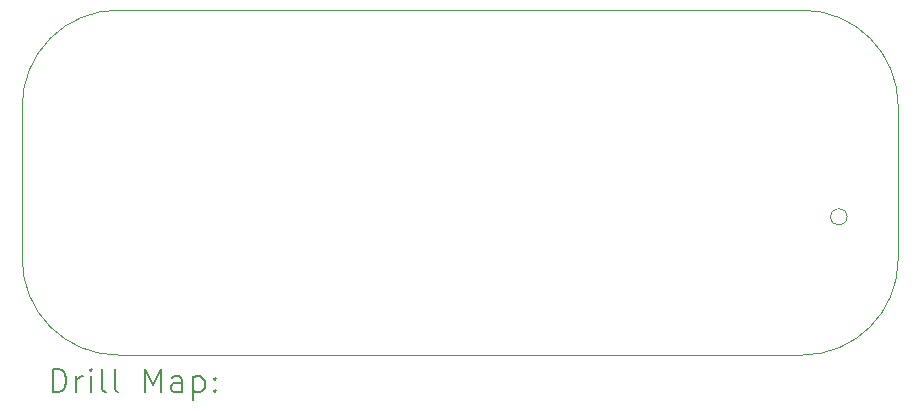
<source format=gbr>
%TF.GenerationSoftware,KiCad,Pcbnew,8.99.0-unknown*%
%TF.CreationDate,2024-06-21T10:07:29-04:00*%
%TF.ProjectId,solderingStationPCB,736f6c64-6572-4696-9e67-53746174696f,rev?*%
%TF.SameCoordinates,PX33f2570PY4a915b0*%
%TF.FileFunction,Drillmap*%
%TF.FilePolarity,Positive*%
%FSLAX45Y45*%
G04 Gerber Fmt 4.5, Leading zero omitted, Abs format (unit mm)*
G04 Created by KiCad (PCBNEW 8.99.0-unknown) date 2024-06-21 10:07:29*
%MOMM*%
%LPD*%
G01*
G04 APERTURE LIST*
%ADD10C,0.050000*%
%ADD11C,0.200000*%
G04 APERTURE END LIST*
D10*
X6606852Y770D02*
G75*
G02*
X7419650Y-812030I-2J-812800D01*
G01*
X2852Y-812030D02*
X2852Y-2107430D01*
X815652Y-2920230D02*
X6606852Y-2920230D01*
X7419652Y-2107430D02*
X7419652Y-812030D01*
X815652Y-2920230D02*
G75*
G02*
X2850Y-2107430I-2J812800D01*
G01*
X2852Y-812030D02*
G75*
G02*
X815652Y768I812798J0D01*
G01*
X6986582Y-1749290D02*
G75*
G02*
X6846882Y-1749290I-69850J0D01*
G01*
X6846882Y-1749290D02*
G75*
G02*
X6986582Y-1749290I69850J0D01*
G01*
X7419652Y-2107430D02*
G75*
G02*
X6606852Y-2920232I-812802J0D01*
G01*
X6606852Y770D02*
X815652Y770D01*
D11*
X261129Y-3234214D02*
X261129Y-3034214D01*
X261129Y-3034214D02*
X308748Y-3034214D01*
X308748Y-3034214D02*
X337319Y-3043738D01*
X337319Y-3043738D02*
X356367Y-3062785D01*
X356367Y-3062785D02*
X365891Y-3081833D01*
X365891Y-3081833D02*
X375415Y-3119928D01*
X375415Y-3119928D02*
X375415Y-3148499D01*
X375415Y-3148499D02*
X365891Y-3186595D01*
X365891Y-3186595D02*
X356367Y-3205642D01*
X356367Y-3205642D02*
X337319Y-3224690D01*
X337319Y-3224690D02*
X308748Y-3234214D01*
X308748Y-3234214D02*
X261129Y-3234214D01*
X461129Y-3234214D02*
X461129Y-3100880D01*
X461129Y-3138976D02*
X470653Y-3119928D01*
X470653Y-3119928D02*
X480176Y-3110404D01*
X480176Y-3110404D02*
X499224Y-3100880D01*
X499224Y-3100880D02*
X518272Y-3100880D01*
X584938Y-3234214D02*
X584938Y-3100880D01*
X584938Y-3034214D02*
X575415Y-3043738D01*
X575415Y-3043738D02*
X584938Y-3053261D01*
X584938Y-3053261D02*
X594462Y-3043738D01*
X594462Y-3043738D02*
X584938Y-3034214D01*
X584938Y-3034214D02*
X584938Y-3053261D01*
X708748Y-3234214D02*
X689700Y-3224690D01*
X689700Y-3224690D02*
X680177Y-3205642D01*
X680177Y-3205642D02*
X680177Y-3034214D01*
X813510Y-3234214D02*
X794462Y-3224690D01*
X794462Y-3224690D02*
X784938Y-3205642D01*
X784938Y-3205642D02*
X784938Y-3034214D01*
X1042081Y-3234214D02*
X1042081Y-3034214D01*
X1042081Y-3034214D02*
X1108748Y-3177071D01*
X1108748Y-3177071D02*
X1175415Y-3034214D01*
X1175415Y-3034214D02*
X1175415Y-3234214D01*
X1356367Y-3234214D02*
X1356367Y-3129452D01*
X1356367Y-3129452D02*
X1346843Y-3110404D01*
X1346843Y-3110404D02*
X1327796Y-3100880D01*
X1327796Y-3100880D02*
X1289700Y-3100880D01*
X1289700Y-3100880D02*
X1270653Y-3110404D01*
X1356367Y-3224690D02*
X1337319Y-3234214D01*
X1337319Y-3234214D02*
X1289700Y-3234214D01*
X1289700Y-3234214D02*
X1270653Y-3224690D01*
X1270653Y-3224690D02*
X1261129Y-3205642D01*
X1261129Y-3205642D02*
X1261129Y-3186595D01*
X1261129Y-3186595D02*
X1270653Y-3167547D01*
X1270653Y-3167547D02*
X1289700Y-3158023D01*
X1289700Y-3158023D02*
X1337319Y-3158023D01*
X1337319Y-3158023D02*
X1356367Y-3148499D01*
X1451605Y-3100880D02*
X1451605Y-3300880D01*
X1451605Y-3110404D02*
X1470653Y-3100880D01*
X1470653Y-3100880D02*
X1508748Y-3100880D01*
X1508748Y-3100880D02*
X1527796Y-3110404D01*
X1527796Y-3110404D02*
X1537319Y-3119928D01*
X1537319Y-3119928D02*
X1546843Y-3138976D01*
X1546843Y-3138976D02*
X1546843Y-3196118D01*
X1546843Y-3196118D02*
X1537319Y-3215166D01*
X1537319Y-3215166D02*
X1527796Y-3224690D01*
X1527796Y-3224690D02*
X1508748Y-3234214D01*
X1508748Y-3234214D02*
X1470653Y-3234214D01*
X1470653Y-3234214D02*
X1451605Y-3224690D01*
X1632557Y-3215166D02*
X1642081Y-3224690D01*
X1642081Y-3224690D02*
X1632557Y-3234214D01*
X1632557Y-3234214D02*
X1623034Y-3224690D01*
X1623034Y-3224690D02*
X1632557Y-3215166D01*
X1632557Y-3215166D02*
X1632557Y-3234214D01*
X1632557Y-3110404D02*
X1642081Y-3119928D01*
X1642081Y-3119928D02*
X1632557Y-3129452D01*
X1632557Y-3129452D02*
X1623034Y-3119928D01*
X1623034Y-3119928D02*
X1632557Y-3110404D01*
X1632557Y-3110404D02*
X1632557Y-3129452D01*
M02*

</source>
